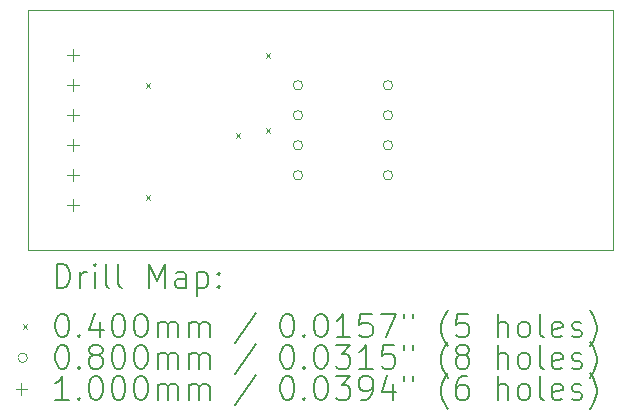
<source format=gbr>
%TF.GenerationSoftware,KiCad,Pcbnew,7.0.1*%
%TF.CreationDate,2023-04-01T18:06:44+02:00*%
%TF.ProjectId,PMOD SPI Memory,504d4f44-2053-4504-9920-4d656d6f7279,V1.0*%
%TF.SameCoordinates,Original*%
%TF.FileFunction,Drillmap*%
%TF.FilePolarity,Positive*%
%FSLAX45Y45*%
G04 Gerber Fmt 4.5, Leading zero omitted, Abs format (unit mm)*
G04 Created by KiCad (PCBNEW 7.0.1) date 2023-04-01 18:06:44*
%MOMM*%
%LPD*%
G01*
G04 APERTURE LIST*
%ADD10C,0.100000*%
%ADD11C,0.200000*%
%ADD12C,0.040000*%
%ADD13C,0.080000*%
G04 APERTURE END LIST*
D10*
X14732000Y-11811000D02*
X14732000Y-9779000D01*
X14732000Y-9779000D02*
X9779000Y-9779000D01*
X9779000Y-9779000D02*
X9779000Y-11811000D01*
X9779000Y-11811000D02*
X14732000Y-11811000D01*
D11*
D12*
X10775000Y-10394000D02*
X10815000Y-10434000D01*
X10815000Y-10394000D02*
X10775000Y-10434000D01*
X10775000Y-11346500D02*
X10815000Y-11386500D01*
X10815000Y-11346500D02*
X10775000Y-11386500D01*
X11537000Y-10820050D02*
X11577000Y-10860050D01*
X11577000Y-10820050D02*
X11537000Y-10860050D01*
X11791000Y-10140000D02*
X11831000Y-10180000D01*
X11831000Y-10140000D02*
X11791000Y-10180000D01*
X11791000Y-10775000D02*
X11831000Y-10815000D01*
X11831000Y-10775000D02*
X11791000Y-10815000D01*
D13*
X12105000Y-10414000D02*
G75*
G03*
X12105000Y-10414000I-40000J0D01*
G01*
X12105000Y-10668000D02*
G75*
G03*
X12105000Y-10668000I-40000J0D01*
G01*
X12105000Y-10922000D02*
G75*
G03*
X12105000Y-10922000I-40000J0D01*
G01*
X12105000Y-11176000D02*
G75*
G03*
X12105000Y-11176000I-40000J0D01*
G01*
X12867000Y-10414000D02*
G75*
G03*
X12867000Y-10414000I-40000J0D01*
G01*
X12867000Y-10668000D02*
G75*
G03*
X12867000Y-10668000I-40000J0D01*
G01*
X12867000Y-10922000D02*
G75*
G03*
X12867000Y-10922000I-40000J0D01*
G01*
X12867000Y-11176000D02*
G75*
G03*
X12867000Y-11176000I-40000J0D01*
G01*
D10*
X10160000Y-10110000D02*
X10160000Y-10210000D01*
X10110000Y-10160000D02*
X10210000Y-10160000D01*
X10160000Y-10364000D02*
X10160000Y-10464000D01*
X10110000Y-10414000D02*
X10210000Y-10414000D01*
X10160000Y-10618000D02*
X10160000Y-10718000D01*
X10110000Y-10668000D02*
X10210000Y-10668000D01*
X10160000Y-10872000D02*
X10160000Y-10972000D01*
X10110000Y-10922000D02*
X10210000Y-10922000D01*
X10160000Y-11126000D02*
X10160000Y-11226000D01*
X10110000Y-11176000D02*
X10210000Y-11176000D01*
X10160000Y-11380000D02*
X10160000Y-11480000D01*
X10110000Y-11430000D02*
X10210000Y-11430000D01*
D11*
X10021619Y-12128524D02*
X10021619Y-11928524D01*
X10021619Y-11928524D02*
X10069238Y-11928524D01*
X10069238Y-11928524D02*
X10097810Y-11938048D01*
X10097810Y-11938048D02*
X10116857Y-11957095D01*
X10116857Y-11957095D02*
X10126381Y-11976143D01*
X10126381Y-11976143D02*
X10135905Y-12014238D01*
X10135905Y-12014238D02*
X10135905Y-12042809D01*
X10135905Y-12042809D02*
X10126381Y-12080905D01*
X10126381Y-12080905D02*
X10116857Y-12099952D01*
X10116857Y-12099952D02*
X10097810Y-12119000D01*
X10097810Y-12119000D02*
X10069238Y-12128524D01*
X10069238Y-12128524D02*
X10021619Y-12128524D01*
X10221619Y-12128524D02*
X10221619Y-11995190D01*
X10221619Y-12033286D02*
X10231143Y-12014238D01*
X10231143Y-12014238D02*
X10240667Y-12004714D01*
X10240667Y-12004714D02*
X10259714Y-11995190D01*
X10259714Y-11995190D02*
X10278762Y-11995190D01*
X10345429Y-12128524D02*
X10345429Y-11995190D01*
X10345429Y-11928524D02*
X10335905Y-11938048D01*
X10335905Y-11938048D02*
X10345429Y-11947571D01*
X10345429Y-11947571D02*
X10354952Y-11938048D01*
X10354952Y-11938048D02*
X10345429Y-11928524D01*
X10345429Y-11928524D02*
X10345429Y-11947571D01*
X10469238Y-12128524D02*
X10450190Y-12119000D01*
X10450190Y-12119000D02*
X10440667Y-12099952D01*
X10440667Y-12099952D02*
X10440667Y-11928524D01*
X10574000Y-12128524D02*
X10554952Y-12119000D01*
X10554952Y-12119000D02*
X10545429Y-12099952D01*
X10545429Y-12099952D02*
X10545429Y-11928524D01*
X10802571Y-12128524D02*
X10802571Y-11928524D01*
X10802571Y-11928524D02*
X10869238Y-12071381D01*
X10869238Y-12071381D02*
X10935905Y-11928524D01*
X10935905Y-11928524D02*
X10935905Y-12128524D01*
X11116857Y-12128524D02*
X11116857Y-12023762D01*
X11116857Y-12023762D02*
X11107333Y-12004714D01*
X11107333Y-12004714D02*
X11088286Y-11995190D01*
X11088286Y-11995190D02*
X11050190Y-11995190D01*
X11050190Y-11995190D02*
X11031143Y-12004714D01*
X11116857Y-12119000D02*
X11097810Y-12128524D01*
X11097810Y-12128524D02*
X11050190Y-12128524D01*
X11050190Y-12128524D02*
X11031143Y-12119000D01*
X11031143Y-12119000D02*
X11021619Y-12099952D01*
X11021619Y-12099952D02*
X11021619Y-12080905D01*
X11021619Y-12080905D02*
X11031143Y-12061857D01*
X11031143Y-12061857D02*
X11050190Y-12052333D01*
X11050190Y-12052333D02*
X11097810Y-12052333D01*
X11097810Y-12052333D02*
X11116857Y-12042809D01*
X11212095Y-11995190D02*
X11212095Y-12195190D01*
X11212095Y-12004714D02*
X11231143Y-11995190D01*
X11231143Y-11995190D02*
X11269238Y-11995190D01*
X11269238Y-11995190D02*
X11288286Y-12004714D01*
X11288286Y-12004714D02*
X11297809Y-12014238D01*
X11297809Y-12014238D02*
X11307333Y-12033286D01*
X11307333Y-12033286D02*
X11307333Y-12090428D01*
X11307333Y-12090428D02*
X11297809Y-12109476D01*
X11297809Y-12109476D02*
X11288286Y-12119000D01*
X11288286Y-12119000D02*
X11269238Y-12128524D01*
X11269238Y-12128524D02*
X11231143Y-12128524D01*
X11231143Y-12128524D02*
X11212095Y-12119000D01*
X11393048Y-12109476D02*
X11402571Y-12119000D01*
X11402571Y-12119000D02*
X11393048Y-12128524D01*
X11393048Y-12128524D02*
X11383524Y-12119000D01*
X11383524Y-12119000D02*
X11393048Y-12109476D01*
X11393048Y-12109476D02*
X11393048Y-12128524D01*
X11393048Y-12004714D02*
X11402571Y-12014238D01*
X11402571Y-12014238D02*
X11393048Y-12023762D01*
X11393048Y-12023762D02*
X11383524Y-12014238D01*
X11383524Y-12014238D02*
X11393048Y-12004714D01*
X11393048Y-12004714D02*
X11393048Y-12023762D01*
D12*
X9734000Y-12436000D02*
X9774000Y-12476000D01*
X9774000Y-12436000D02*
X9734000Y-12476000D01*
D11*
X10059714Y-12348524D02*
X10078762Y-12348524D01*
X10078762Y-12348524D02*
X10097810Y-12358048D01*
X10097810Y-12358048D02*
X10107333Y-12367571D01*
X10107333Y-12367571D02*
X10116857Y-12386619D01*
X10116857Y-12386619D02*
X10126381Y-12424714D01*
X10126381Y-12424714D02*
X10126381Y-12472333D01*
X10126381Y-12472333D02*
X10116857Y-12510428D01*
X10116857Y-12510428D02*
X10107333Y-12529476D01*
X10107333Y-12529476D02*
X10097810Y-12539000D01*
X10097810Y-12539000D02*
X10078762Y-12548524D01*
X10078762Y-12548524D02*
X10059714Y-12548524D01*
X10059714Y-12548524D02*
X10040667Y-12539000D01*
X10040667Y-12539000D02*
X10031143Y-12529476D01*
X10031143Y-12529476D02*
X10021619Y-12510428D01*
X10021619Y-12510428D02*
X10012095Y-12472333D01*
X10012095Y-12472333D02*
X10012095Y-12424714D01*
X10012095Y-12424714D02*
X10021619Y-12386619D01*
X10021619Y-12386619D02*
X10031143Y-12367571D01*
X10031143Y-12367571D02*
X10040667Y-12358048D01*
X10040667Y-12358048D02*
X10059714Y-12348524D01*
X10212095Y-12529476D02*
X10221619Y-12539000D01*
X10221619Y-12539000D02*
X10212095Y-12548524D01*
X10212095Y-12548524D02*
X10202571Y-12539000D01*
X10202571Y-12539000D02*
X10212095Y-12529476D01*
X10212095Y-12529476D02*
X10212095Y-12548524D01*
X10393048Y-12415190D02*
X10393048Y-12548524D01*
X10345429Y-12339000D02*
X10297810Y-12481857D01*
X10297810Y-12481857D02*
X10421619Y-12481857D01*
X10535905Y-12348524D02*
X10554952Y-12348524D01*
X10554952Y-12348524D02*
X10574000Y-12358048D01*
X10574000Y-12358048D02*
X10583524Y-12367571D01*
X10583524Y-12367571D02*
X10593048Y-12386619D01*
X10593048Y-12386619D02*
X10602571Y-12424714D01*
X10602571Y-12424714D02*
X10602571Y-12472333D01*
X10602571Y-12472333D02*
X10593048Y-12510428D01*
X10593048Y-12510428D02*
X10583524Y-12529476D01*
X10583524Y-12529476D02*
X10574000Y-12539000D01*
X10574000Y-12539000D02*
X10554952Y-12548524D01*
X10554952Y-12548524D02*
X10535905Y-12548524D01*
X10535905Y-12548524D02*
X10516857Y-12539000D01*
X10516857Y-12539000D02*
X10507333Y-12529476D01*
X10507333Y-12529476D02*
X10497810Y-12510428D01*
X10497810Y-12510428D02*
X10488286Y-12472333D01*
X10488286Y-12472333D02*
X10488286Y-12424714D01*
X10488286Y-12424714D02*
X10497810Y-12386619D01*
X10497810Y-12386619D02*
X10507333Y-12367571D01*
X10507333Y-12367571D02*
X10516857Y-12358048D01*
X10516857Y-12358048D02*
X10535905Y-12348524D01*
X10726381Y-12348524D02*
X10745429Y-12348524D01*
X10745429Y-12348524D02*
X10764476Y-12358048D01*
X10764476Y-12358048D02*
X10774000Y-12367571D01*
X10774000Y-12367571D02*
X10783524Y-12386619D01*
X10783524Y-12386619D02*
X10793048Y-12424714D01*
X10793048Y-12424714D02*
X10793048Y-12472333D01*
X10793048Y-12472333D02*
X10783524Y-12510428D01*
X10783524Y-12510428D02*
X10774000Y-12529476D01*
X10774000Y-12529476D02*
X10764476Y-12539000D01*
X10764476Y-12539000D02*
X10745429Y-12548524D01*
X10745429Y-12548524D02*
X10726381Y-12548524D01*
X10726381Y-12548524D02*
X10707333Y-12539000D01*
X10707333Y-12539000D02*
X10697810Y-12529476D01*
X10697810Y-12529476D02*
X10688286Y-12510428D01*
X10688286Y-12510428D02*
X10678762Y-12472333D01*
X10678762Y-12472333D02*
X10678762Y-12424714D01*
X10678762Y-12424714D02*
X10688286Y-12386619D01*
X10688286Y-12386619D02*
X10697810Y-12367571D01*
X10697810Y-12367571D02*
X10707333Y-12358048D01*
X10707333Y-12358048D02*
X10726381Y-12348524D01*
X10878762Y-12548524D02*
X10878762Y-12415190D01*
X10878762Y-12434238D02*
X10888286Y-12424714D01*
X10888286Y-12424714D02*
X10907333Y-12415190D01*
X10907333Y-12415190D02*
X10935905Y-12415190D01*
X10935905Y-12415190D02*
X10954952Y-12424714D01*
X10954952Y-12424714D02*
X10964476Y-12443762D01*
X10964476Y-12443762D02*
X10964476Y-12548524D01*
X10964476Y-12443762D02*
X10974000Y-12424714D01*
X10974000Y-12424714D02*
X10993048Y-12415190D01*
X10993048Y-12415190D02*
X11021619Y-12415190D01*
X11021619Y-12415190D02*
X11040667Y-12424714D01*
X11040667Y-12424714D02*
X11050191Y-12443762D01*
X11050191Y-12443762D02*
X11050191Y-12548524D01*
X11145429Y-12548524D02*
X11145429Y-12415190D01*
X11145429Y-12434238D02*
X11154952Y-12424714D01*
X11154952Y-12424714D02*
X11174000Y-12415190D01*
X11174000Y-12415190D02*
X11202571Y-12415190D01*
X11202571Y-12415190D02*
X11221619Y-12424714D01*
X11221619Y-12424714D02*
X11231143Y-12443762D01*
X11231143Y-12443762D02*
X11231143Y-12548524D01*
X11231143Y-12443762D02*
X11240667Y-12424714D01*
X11240667Y-12424714D02*
X11259714Y-12415190D01*
X11259714Y-12415190D02*
X11288286Y-12415190D01*
X11288286Y-12415190D02*
X11307333Y-12424714D01*
X11307333Y-12424714D02*
X11316857Y-12443762D01*
X11316857Y-12443762D02*
X11316857Y-12548524D01*
X11707333Y-12339000D02*
X11535905Y-12596143D01*
X11964476Y-12348524D02*
X11983524Y-12348524D01*
X11983524Y-12348524D02*
X12002572Y-12358048D01*
X12002572Y-12358048D02*
X12012095Y-12367571D01*
X12012095Y-12367571D02*
X12021619Y-12386619D01*
X12021619Y-12386619D02*
X12031143Y-12424714D01*
X12031143Y-12424714D02*
X12031143Y-12472333D01*
X12031143Y-12472333D02*
X12021619Y-12510428D01*
X12021619Y-12510428D02*
X12012095Y-12529476D01*
X12012095Y-12529476D02*
X12002572Y-12539000D01*
X12002572Y-12539000D02*
X11983524Y-12548524D01*
X11983524Y-12548524D02*
X11964476Y-12548524D01*
X11964476Y-12548524D02*
X11945429Y-12539000D01*
X11945429Y-12539000D02*
X11935905Y-12529476D01*
X11935905Y-12529476D02*
X11926381Y-12510428D01*
X11926381Y-12510428D02*
X11916857Y-12472333D01*
X11916857Y-12472333D02*
X11916857Y-12424714D01*
X11916857Y-12424714D02*
X11926381Y-12386619D01*
X11926381Y-12386619D02*
X11935905Y-12367571D01*
X11935905Y-12367571D02*
X11945429Y-12358048D01*
X11945429Y-12358048D02*
X11964476Y-12348524D01*
X12116857Y-12529476D02*
X12126381Y-12539000D01*
X12126381Y-12539000D02*
X12116857Y-12548524D01*
X12116857Y-12548524D02*
X12107333Y-12539000D01*
X12107333Y-12539000D02*
X12116857Y-12529476D01*
X12116857Y-12529476D02*
X12116857Y-12548524D01*
X12250191Y-12348524D02*
X12269238Y-12348524D01*
X12269238Y-12348524D02*
X12288286Y-12358048D01*
X12288286Y-12358048D02*
X12297810Y-12367571D01*
X12297810Y-12367571D02*
X12307333Y-12386619D01*
X12307333Y-12386619D02*
X12316857Y-12424714D01*
X12316857Y-12424714D02*
X12316857Y-12472333D01*
X12316857Y-12472333D02*
X12307333Y-12510428D01*
X12307333Y-12510428D02*
X12297810Y-12529476D01*
X12297810Y-12529476D02*
X12288286Y-12539000D01*
X12288286Y-12539000D02*
X12269238Y-12548524D01*
X12269238Y-12548524D02*
X12250191Y-12548524D01*
X12250191Y-12548524D02*
X12231143Y-12539000D01*
X12231143Y-12539000D02*
X12221619Y-12529476D01*
X12221619Y-12529476D02*
X12212095Y-12510428D01*
X12212095Y-12510428D02*
X12202572Y-12472333D01*
X12202572Y-12472333D02*
X12202572Y-12424714D01*
X12202572Y-12424714D02*
X12212095Y-12386619D01*
X12212095Y-12386619D02*
X12221619Y-12367571D01*
X12221619Y-12367571D02*
X12231143Y-12358048D01*
X12231143Y-12358048D02*
X12250191Y-12348524D01*
X12507333Y-12548524D02*
X12393048Y-12548524D01*
X12450191Y-12548524D02*
X12450191Y-12348524D01*
X12450191Y-12348524D02*
X12431143Y-12377095D01*
X12431143Y-12377095D02*
X12412095Y-12396143D01*
X12412095Y-12396143D02*
X12393048Y-12405667D01*
X12688286Y-12348524D02*
X12593048Y-12348524D01*
X12593048Y-12348524D02*
X12583524Y-12443762D01*
X12583524Y-12443762D02*
X12593048Y-12434238D01*
X12593048Y-12434238D02*
X12612095Y-12424714D01*
X12612095Y-12424714D02*
X12659714Y-12424714D01*
X12659714Y-12424714D02*
X12678762Y-12434238D01*
X12678762Y-12434238D02*
X12688286Y-12443762D01*
X12688286Y-12443762D02*
X12697810Y-12462809D01*
X12697810Y-12462809D02*
X12697810Y-12510428D01*
X12697810Y-12510428D02*
X12688286Y-12529476D01*
X12688286Y-12529476D02*
X12678762Y-12539000D01*
X12678762Y-12539000D02*
X12659714Y-12548524D01*
X12659714Y-12548524D02*
X12612095Y-12548524D01*
X12612095Y-12548524D02*
X12593048Y-12539000D01*
X12593048Y-12539000D02*
X12583524Y-12529476D01*
X12764476Y-12348524D02*
X12897810Y-12348524D01*
X12897810Y-12348524D02*
X12812095Y-12548524D01*
X12964476Y-12348524D02*
X12964476Y-12386619D01*
X13040667Y-12348524D02*
X13040667Y-12386619D01*
X13335905Y-12624714D02*
X13326381Y-12615190D01*
X13326381Y-12615190D02*
X13307334Y-12586619D01*
X13307334Y-12586619D02*
X13297810Y-12567571D01*
X13297810Y-12567571D02*
X13288286Y-12539000D01*
X13288286Y-12539000D02*
X13278762Y-12491381D01*
X13278762Y-12491381D02*
X13278762Y-12453286D01*
X13278762Y-12453286D02*
X13288286Y-12405667D01*
X13288286Y-12405667D02*
X13297810Y-12377095D01*
X13297810Y-12377095D02*
X13307334Y-12358048D01*
X13307334Y-12358048D02*
X13326381Y-12329476D01*
X13326381Y-12329476D02*
X13335905Y-12319952D01*
X13507334Y-12348524D02*
X13412095Y-12348524D01*
X13412095Y-12348524D02*
X13402572Y-12443762D01*
X13402572Y-12443762D02*
X13412095Y-12434238D01*
X13412095Y-12434238D02*
X13431143Y-12424714D01*
X13431143Y-12424714D02*
X13478762Y-12424714D01*
X13478762Y-12424714D02*
X13497810Y-12434238D01*
X13497810Y-12434238D02*
X13507334Y-12443762D01*
X13507334Y-12443762D02*
X13516857Y-12462809D01*
X13516857Y-12462809D02*
X13516857Y-12510428D01*
X13516857Y-12510428D02*
X13507334Y-12529476D01*
X13507334Y-12529476D02*
X13497810Y-12539000D01*
X13497810Y-12539000D02*
X13478762Y-12548524D01*
X13478762Y-12548524D02*
X13431143Y-12548524D01*
X13431143Y-12548524D02*
X13412095Y-12539000D01*
X13412095Y-12539000D02*
X13402572Y-12529476D01*
X13754953Y-12548524D02*
X13754953Y-12348524D01*
X13840667Y-12548524D02*
X13840667Y-12443762D01*
X13840667Y-12443762D02*
X13831143Y-12424714D01*
X13831143Y-12424714D02*
X13812096Y-12415190D01*
X13812096Y-12415190D02*
X13783524Y-12415190D01*
X13783524Y-12415190D02*
X13764476Y-12424714D01*
X13764476Y-12424714D02*
X13754953Y-12434238D01*
X13964476Y-12548524D02*
X13945429Y-12539000D01*
X13945429Y-12539000D02*
X13935905Y-12529476D01*
X13935905Y-12529476D02*
X13926381Y-12510428D01*
X13926381Y-12510428D02*
X13926381Y-12453286D01*
X13926381Y-12453286D02*
X13935905Y-12434238D01*
X13935905Y-12434238D02*
X13945429Y-12424714D01*
X13945429Y-12424714D02*
X13964476Y-12415190D01*
X13964476Y-12415190D02*
X13993048Y-12415190D01*
X13993048Y-12415190D02*
X14012096Y-12424714D01*
X14012096Y-12424714D02*
X14021619Y-12434238D01*
X14021619Y-12434238D02*
X14031143Y-12453286D01*
X14031143Y-12453286D02*
X14031143Y-12510428D01*
X14031143Y-12510428D02*
X14021619Y-12529476D01*
X14021619Y-12529476D02*
X14012096Y-12539000D01*
X14012096Y-12539000D02*
X13993048Y-12548524D01*
X13993048Y-12548524D02*
X13964476Y-12548524D01*
X14145429Y-12548524D02*
X14126381Y-12539000D01*
X14126381Y-12539000D02*
X14116857Y-12519952D01*
X14116857Y-12519952D02*
X14116857Y-12348524D01*
X14297810Y-12539000D02*
X14278762Y-12548524D01*
X14278762Y-12548524D02*
X14240667Y-12548524D01*
X14240667Y-12548524D02*
X14221619Y-12539000D01*
X14221619Y-12539000D02*
X14212096Y-12519952D01*
X14212096Y-12519952D02*
X14212096Y-12443762D01*
X14212096Y-12443762D02*
X14221619Y-12424714D01*
X14221619Y-12424714D02*
X14240667Y-12415190D01*
X14240667Y-12415190D02*
X14278762Y-12415190D01*
X14278762Y-12415190D02*
X14297810Y-12424714D01*
X14297810Y-12424714D02*
X14307334Y-12443762D01*
X14307334Y-12443762D02*
X14307334Y-12462809D01*
X14307334Y-12462809D02*
X14212096Y-12481857D01*
X14383524Y-12539000D02*
X14402572Y-12548524D01*
X14402572Y-12548524D02*
X14440667Y-12548524D01*
X14440667Y-12548524D02*
X14459715Y-12539000D01*
X14459715Y-12539000D02*
X14469238Y-12519952D01*
X14469238Y-12519952D02*
X14469238Y-12510428D01*
X14469238Y-12510428D02*
X14459715Y-12491381D01*
X14459715Y-12491381D02*
X14440667Y-12481857D01*
X14440667Y-12481857D02*
X14412096Y-12481857D01*
X14412096Y-12481857D02*
X14393048Y-12472333D01*
X14393048Y-12472333D02*
X14383524Y-12453286D01*
X14383524Y-12453286D02*
X14383524Y-12443762D01*
X14383524Y-12443762D02*
X14393048Y-12424714D01*
X14393048Y-12424714D02*
X14412096Y-12415190D01*
X14412096Y-12415190D02*
X14440667Y-12415190D01*
X14440667Y-12415190D02*
X14459715Y-12424714D01*
X14535905Y-12624714D02*
X14545429Y-12615190D01*
X14545429Y-12615190D02*
X14564477Y-12586619D01*
X14564477Y-12586619D02*
X14574000Y-12567571D01*
X14574000Y-12567571D02*
X14583524Y-12539000D01*
X14583524Y-12539000D02*
X14593048Y-12491381D01*
X14593048Y-12491381D02*
X14593048Y-12453286D01*
X14593048Y-12453286D02*
X14583524Y-12405667D01*
X14583524Y-12405667D02*
X14574000Y-12377095D01*
X14574000Y-12377095D02*
X14564477Y-12358048D01*
X14564477Y-12358048D02*
X14545429Y-12329476D01*
X14545429Y-12329476D02*
X14535905Y-12319952D01*
D13*
X9774000Y-12720000D02*
G75*
G03*
X9774000Y-12720000I-40000J0D01*
G01*
D11*
X10059714Y-12612524D02*
X10078762Y-12612524D01*
X10078762Y-12612524D02*
X10097810Y-12622048D01*
X10097810Y-12622048D02*
X10107333Y-12631571D01*
X10107333Y-12631571D02*
X10116857Y-12650619D01*
X10116857Y-12650619D02*
X10126381Y-12688714D01*
X10126381Y-12688714D02*
X10126381Y-12736333D01*
X10126381Y-12736333D02*
X10116857Y-12774428D01*
X10116857Y-12774428D02*
X10107333Y-12793476D01*
X10107333Y-12793476D02*
X10097810Y-12803000D01*
X10097810Y-12803000D02*
X10078762Y-12812524D01*
X10078762Y-12812524D02*
X10059714Y-12812524D01*
X10059714Y-12812524D02*
X10040667Y-12803000D01*
X10040667Y-12803000D02*
X10031143Y-12793476D01*
X10031143Y-12793476D02*
X10021619Y-12774428D01*
X10021619Y-12774428D02*
X10012095Y-12736333D01*
X10012095Y-12736333D02*
X10012095Y-12688714D01*
X10012095Y-12688714D02*
X10021619Y-12650619D01*
X10021619Y-12650619D02*
X10031143Y-12631571D01*
X10031143Y-12631571D02*
X10040667Y-12622048D01*
X10040667Y-12622048D02*
X10059714Y-12612524D01*
X10212095Y-12793476D02*
X10221619Y-12803000D01*
X10221619Y-12803000D02*
X10212095Y-12812524D01*
X10212095Y-12812524D02*
X10202571Y-12803000D01*
X10202571Y-12803000D02*
X10212095Y-12793476D01*
X10212095Y-12793476D02*
X10212095Y-12812524D01*
X10335905Y-12698238D02*
X10316857Y-12688714D01*
X10316857Y-12688714D02*
X10307333Y-12679190D01*
X10307333Y-12679190D02*
X10297810Y-12660143D01*
X10297810Y-12660143D02*
X10297810Y-12650619D01*
X10297810Y-12650619D02*
X10307333Y-12631571D01*
X10307333Y-12631571D02*
X10316857Y-12622048D01*
X10316857Y-12622048D02*
X10335905Y-12612524D01*
X10335905Y-12612524D02*
X10374000Y-12612524D01*
X10374000Y-12612524D02*
X10393048Y-12622048D01*
X10393048Y-12622048D02*
X10402571Y-12631571D01*
X10402571Y-12631571D02*
X10412095Y-12650619D01*
X10412095Y-12650619D02*
X10412095Y-12660143D01*
X10412095Y-12660143D02*
X10402571Y-12679190D01*
X10402571Y-12679190D02*
X10393048Y-12688714D01*
X10393048Y-12688714D02*
X10374000Y-12698238D01*
X10374000Y-12698238D02*
X10335905Y-12698238D01*
X10335905Y-12698238D02*
X10316857Y-12707762D01*
X10316857Y-12707762D02*
X10307333Y-12717286D01*
X10307333Y-12717286D02*
X10297810Y-12736333D01*
X10297810Y-12736333D02*
X10297810Y-12774428D01*
X10297810Y-12774428D02*
X10307333Y-12793476D01*
X10307333Y-12793476D02*
X10316857Y-12803000D01*
X10316857Y-12803000D02*
X10335905Y-12812524D01*
X10335905Y-12812524D02*
X10374000Y-12812524D01*
X10374000Y-12812524D02*
X10393048Y-12803000D01*
X10393048Y-12803000D02*
X10402571Y-12793476D01*
X10402571Y-12793476D02*
X10412095Y-12774428D01*
X10412095Y-12774428D02*
X10412095Y-12736333D01*
X10412095Y-12736333D02*
X10402571Y-12717286D01*
X10402571Y-12717286D02*
X10393048Y-12707762D01*
X10393048Y-12707762D02*
X10374000Y-12698238D01*
X10535905Y-12612524D02*
X10554952Y-12612524D01*
X10554952Y-12612524D02*
X10574000Y-12622048D01*
X10574000Y-12622048D02*
X10583524Y-12631571D01*
X10583524Y-12631571D02*
X10593048Y-12650619D01*
X10593048Y-12650619D02*
X10602571Y-12688714D01*
X10602571Y-12688714D02*
X10602571Y-12736333D01*
X10602571Y-12736333D02*
X10593048Y-12774428D01*
X10593048Y-12774428D02*
X10583524Y-12793476D01*
X10583524Y-12793476D02*
X10574000Y-12803000D01*
X10574000Y-12803000D02*
X10554952Y-12812524D01*
X10554952Y-12812524D02*
X10535905Y-12812524D01*
X10535905Y-12812524D02*
X10516857Y-12803000D01*
X10516857Y-12803000D02*
X10507333Y-12793476D01*
X10507333Y-12793476D02*
X10497810Y-12774428D01*
X10497810Y-12774428D02*
X10488286Y-12736333D01*
X10488286Y-12736333D02*
X10488286Y-12688714D01*
X10488286Y-12688714D02*
X10497810Y-12650619D01*
X10497810Y-12650619D02*
X10507333Y-12631571D01*
X10507333Y-12631571D02*
X10516857Y-12622048D01*
X10516857Y-12622048D02*
X10535905Y-12612524D01*
X10726381Y-12612524D02*
X10745429Y-12612524D01*
X10745429Y-12612524D02*
X10764476Y-12622048D01*
X10764476Y-12622048D02*
X10774000Y-12631571D01*
X10774000Y-12631571D02*
X10783524Y-12650619D01*
X10783524Y-12650619D02*
X10793048Y-12688714D01*
X10793048Y-12688714D02*
X10793048Y-12736333D01*
X10793048Y-12736333D02*
X10783524Y-12774428D01*
X10783524Y-12774428D02*
X10774000Y-12793476D01*
X10774000Y-12793476D02*
X10764476Y-12803000D01*
X10764476Y-12803000D02*
X10745429Y-12812524D01*
X10745429Y-12812524D02*
X10726381Y-12812524D01*
X10726381Y-12812524D02*
X10707333Y-12803000D01*
X10707333Y-12803000D02*
X10697810Y-12793476D01*
X10697810Y-12793476D02*
X10688286Y-12774428D01*
X10688286Y-12774428D02*
X10678762Y-12736333D01*
X10678762Y-12736333D02*
X10678762Y-12688714D01*
X10678762Y-12688714D02*
X10688286Y-12650619D01*
X10688286Y-12650619D02*
X10697810Y-12631571D01*
X10697810Y-12631571D02*
X10707333Y-12622048D01*
X10707333Y-12622048D02*
X10726381Y-12612524D01*
X10878762Y-12812524D02*
X10878762Y-12679190D01*
X10878762Y-12698238D02*
X10888286Y-12688714D01*
X10888286Y-12688714D02*
X10907333Y-12679190D01*
X10907333Y-12679190D02*
X10935905Y-12679190D01*
X10935905Y-12679190D02*
X10954952Y-12688714D01*
X10954952Y-12688714D02*
X10964476Y-12707762D01*
X10964476Y-12707762D02*
X10964476Y-12812524D01*
X10964476Y-12707762D02*
X10974000Y-12688714D01*
X10974000Y-12688714D02*
X10993048Y-12679190D01*
X10993048Y-12679190D02*
X11021619Y-12679190D01*
X11021619Y-12679190D02*
X11040667Y-12688714D01*
X11040667Y-12688714D02*
X11050191Y-12707762D01*
X11050191Y-12707762D02*
X11050191Y-12812524D01*
X11145429Y-12812524D02*
X11145429Y-12679190D01*
X11145429Y-12698238D02*
X11154952Y-12688714D01*
X11154952Y-12688714D02*
X11174000Y-12679190D01*
X11174000Y-12679190D02*
X11202571Y-12679190D01*
X11202571Y-12679190D02*
X11221619Y-12688714D01*
X11221619Y-12688714D02*
X11231143Y-12707762D01*
X11231143Y-12707762D02*
X11231143Y-12812524D01*
X11231143Y-12707762D02*
X11240667Y-12688714D01*
X11240667Y-12688714D02*
X11259714Y-12679190D01*
X11259714Y-12679190D02*
X11288286Y-12679190D01*
X11288286Y-12679190D02*
X11307333Y-12688714D01*
X11307333Y-12688714D02*
X11316857Y-12707762D01*
X11316857Y-12707762D02*
X11316857Y-12812524D01*
X11707333Y-12603000D02*
X11535905Y-12860143D01*
X11964476Y-12612524D02*
X11983524Y-12612524D01*
X11983524Y-12612524D02*
X12002572Y-12622048D01*
X12002572Y-12622048D02*
X12012095Y-12631571D01*
X12012095Y-12631571D02*
X12021619Y-12650619D01*
X12021619Y-12650619D02*
X12031143Y-12688714D01*
X12031143Y-12688714D02*
X12031143Y-12736333D01*
X12031143Y-12736333D02*
X12021619Y-12774428D01*
X12021619Y-12774428D02*
X12012095Y-12793476D01*
X12012095Y-12793476D02*
X12002572Y-12803000D01*
X12002572Y-12803000D02*
X11983524Y-12812524D01*
X11983524Y-12812524D02*
X11964476Y-12812524D01*
X11964476Y-12812524D02*
X11945429Y-12803000D01*
X11945429Y-12803000D02*
X11935905Y-12793476D01*
X11935905Y-12793476D02*
X11926381Y-12774428D01*
X11926381Y-12774428D02*
X11916857Y-12736333D01*
X11916857Y-12736333D02*
X11916857Y-12688714D01*
X11916857Y-12688714D02*
X11926381Y-12650619D01*
X11926381Y-12650619D02*
X11935905Y-12631571D01*
X11935905Y-12631571D02*
X11945429Y-12622048D01*
X11945429Y-12622048D02*
X11964476Y-12612524D01*
X12116857Y-12793476D02*
X12126381Y-12803000D01*
X12126381Y-12803000D02*
X12116857Y-12812524D01*
X12116857Y-12812524D02*
X12107333Y-12803000D01*
X12107333Y-12803000D02*
X12116857Y-12793476D01*
X12116857Y-12793476D02*
X12116857Y-12812524D01*
X12250191Y-12612524D02*
X12269238Y-12612524D01*
X12269238Y-12612524D02*
X12288286Y-12622048D01*
X12288286Y-12622048D02*
X12297810Y-12631571D01*
X12297810Y-12631571D02*
X12307333Y-12650619D01*
X12307333Y-12650619D02*
X12316857Y-12688714D01*
X12316857Y-12688714D02*
X12316857Y-12736333D01*
X12316857Y-12736333D02*
X12307333Y-12774428D01*
X12307333Y-12774428D02*
X12297810Y-12793476D01*
X12297810Y-12793476D02*
X12288286Y-12803000D01*
X12288286Y-12803000D02*
X12269238Y-12812524D01*
X12269238Y-12812524D02*
X12250191Y-12812524D01*
X12250191Y-12812524D02*
X12231143Y-12803000D01*
X12231143Y-12803000D02*
X12221619Y-12793476D01*
X12221619Y-12793476D02*
X12212095Y-12774428D01*
X12212095Y-12774428D02*
X12202572Y-12736333D01*
X12202572Y-12736333D02*
X12202572Y-12688714D01*
X12202572Y-12688714D02*
X12212095Y-12650619D01*
X12212095Y-12650619D02*
X12221619Y-12631571D01*
X12221619Y-12631571D02*
X12231143Y-12622048D01*
X12231143Y-12622048D02*
X12250191Y-12612524D01*
X12383524Y-12612524D02*
X12507333Y-12612524D01*
X12507333Y-12612524D02*
X12440667Y-12688714D01*
X12440667Y-12688714D02*
X12469238Y-12688714D01*
X12469238Y-12688714D02*
X12488286Y-12698238D01*
X12488286Y-12698238D02*
X12497810Y-12707762D01*
X12497810Y-12707762D02*
X12507333Y-12726809D01*
X12507333Y-12726809D02*
X12507333Y-12774428D01*
X12507333Y-12774428D02*
X12497810Y-12793476D01*
X12497810Y-12793476D02*
X12488286Y-12803000D01*
X12488286Y-12803000D02*
X12469238Y-12812524D01*
X12469238Y-12812524D02*
X12412095Y-12812524D01*
X12412095Y-12812524D02*
X12393048Y-12803000D01*
X12393048Y-12803000D02*
X12383524Y-12793476D01*
X12697810Y-12812524D02*
X12583524Y-12812524D01*
X12640667Y-12812524D02*
X12640667Y-12612524D01*
X12640667Y-12612524D02*
X12621619Y-12641095D01*
X12621619Y-12641095D02*
X12602572Y-12660143D01*
X12602572Y-12660143D02*
X12583524Y-12669667D01*
X12878762Y-12612524D02*
X12783524Y-12612524D01*
X12783524Y-12612524D02*
X12774000Y-12707762D01*
X12774000Y-12707762D02*
X12783524Y-12698238D01*
X12783524Y-12698238D02*
X12802572Y-12688714D01*
X12802572Y-12688714D02*
X12850191Y-12688714D01*
X12850191Y-12688714D02*
X12869238Y-12698238D01*
X12869238Y-12698238D02*
X12878762Y-12707762D01*
X12878762Y-12707762D02*
X12888286Y-12726809D01*
X12888286Y-12726809D02*
X12888286Y-12774428D01*
X12888286Y-12774428D02*
X12878762Y-12793476D01*
X12878762Y-12793476D02*
X12869238Y-12803000D01*
X12869238Y-12803000D02*
X12850191Y-12812524D01*
X12850191Y-12812524D02*
X12802572Y-12812524D01*
X12802572Y-12812524D02*
X12783524Y-12803000D01*
X12783524Y-12803000D02*
X12774000Y-12793476D01*
X12964476Y-12612524D02*
X12964476Y-12650619D01*
X13040667Y-12612524D02*
X13040667Y-12650619D01*
X13335905Y-12888714D02*
X13326381Y-12879190D01*
X13326381Y-12879190D02*
X13307334Y-12850619D01*
X13307334Y-12850619D02*
X13297810Y-12831571D01*
X13297810Y-12831571D02*
X13288286Y-12803000D01*
X13288286Y-12803000D02*
X13278762Y-12755381D01*
X13278762Y-12755381D02*
X13278762Y-12717286D01*
X13278762Y-12717286D02*
X13288286Y-12669667D01*
X13288286Y-12669667D02*
X13297810Y-12641095D01*
X13297810Y-12641095D02*
X13307334Y-12622048D01*
X13307334Y-12622048D02*
X13326381Y-12593476D01*
X13326381Y-12593476D02*
X13335905Y-12583952D01*
X13440667Y-12698238D02*
X13421619Y-12688714D01*
X13421619Y-12688714D02*
X13412095Y-12679190D01*
X13412095Y-12679190D02*
X13402572Y-12660143D01*
X13402572Y-12660143D02*
X13402572Y-12650619D01*
X13402572Y-12650619D02*
X13412095Y-12631571D01*
X13412095Y-12631571D02*
X13421619Y-12622048D01*
X13421619Y-12622048D02*
X13440667Y-12612524D01*
X13440667Y-12612524D02*
X13478762Y-12612524D01*
X13478762Y-12612524D02*
X13497810Y-12622048D01*
X13497810Y-12622048D02*
X13507334Y-12631571D01*
X13507334Y-12631571D02*
X13516857Y-12650619D01*
X13516857Y-12650619D02*
X13516857Y-12660143D01*
X13516857Y-12660143D02*
X13507334Y-12679190D01*
X13507334Y-12679190D02*
X13497810Y-12688714D01*
X13497810Y-12688714D02*
X13478762Y-12698238D01*
X13478762Y-12698238D02*
X13440667Y-12698238D01*
X13440667Y-12698238D02*
X13421619Y-12707762D01*
X13421619Y-12707762D02*
X13412095Y-12717286D01*
X13412095Y-12717286D02*
X13402572Y-12736333D01*
X13402572Y-12736333D02*
X13402572Y-12774428D01*
X13402572Y-12774428D02*
X13412095Y-12793476D01*
X13412095Y-12793476D02*
X13421619Y-12803000D01*
X13421619Y-12803000D02*
X13440667Y-12812524D01*
X13440667Y-12812524D02*
X13478762Y-12812524D01*
X13478762Y-12812524D02*
X13497810Y-12803000D01*
X13497810Y-12803000D02*
X13507334Y-12793476D01*
X13507334Y-12793476D02*
X13516857Y-12774428D01*
X13516857Y-12774428D02*
X13516857Y-12736333D01*
X13516857Y-12736333D02*
X13507334Y-12717286D01*
X13507334Y-12717286D02*
X13497810Y-12707762D01*
X13497810Y-12707762D02*
X13478762Y-12698238D01*
X13754953Y-12812524D02*
X13754953Y-12612524D01*
X13840667Y-12812524D02*
X13840667Y-12707762D01*
X13840667Y-12707762D02*
X13831143Y-12688714D01*
X13831143Y-12688714D02*
X13812096Y-12679190D01*
X13812096Y-12679190D02*
X13783524Y-12679190D01*
X13783524Y-12679190D02*
X13764476Y-12688714D01*
X13764476Y-12688714D02*
X13754953Y-12698238D01*
X13964476Y-12812524D02*
X13945429Y-12803000D01*
X13945429Y-12803000D02*
X13935905Y-12793476D01*
X13935905Y-12793476D02*
X13926381Y-12774428D01*
X13926381Y-12774428D02*
X13926381Y-12717286D01*
X13926381Y-12717286D02*
X13935905Y-12698238D01*
X13935905Y-12698238D02*
X13945429Y-12688714D01*
X13945429Y-12688714D02*
X13964476Y-12679190D01*
X13964476Y-12679190D02*
X13993048Y-12679190D01*
X13993048Y-12679190D02*
X14012096Y-12688714D01*
X14012096Y-12688714D02*
X14021619Y-12698238D01*
X14021619Y-12698238D02*
X14031143Y-12717286D01*
X14031143Y-12717286D02*
X14031143Y-12774428D01*
X14031143Y-12774428D02*
X14021619Y-12793476D01*
X14021619Y-12793476D02*
X14012096Y-12803000D01*
X14012096Y-12803000D02*
X13993048Y-12812524D01*
X13993048Y-12812524D02*
X13964476Y-12812524D01*
X14145429Y-12812524D02*
X14126381Y-12803000D01*
X14126381Y-12803000D02*
X14116857Y-12783952D01*
X14116857Y-12783952D02*
X14116857Y-12612524D01*
X14297810Y-12803000D02*
X14278762Y-12812524D01*
X14278762Y-12812524D02*
X14240667Y-12812524D01*
X14240667Y-12812524D02*
X14221619Y-12803000D01*
X14221619Y-12803000D02*
X14212096Y-12783952D01*
X14212096Y-12783952D02*
X14212096Y-12707762D01*
X14212096Y-12707762D02*
X14221619Y-12688714D01*
X14221619Y-12688714D02*
X14240667Y-12679190D01*
X14240667Y-12679190D02*
X14278762Y-12679190D01*
X14278762Y-12679190D02*
X14297810Y-12688714D01*
X14297810Y-12688714D02*
X14307334Y-12707762D01*
X14307334Y-12707762D02*
X14307334Y-12726809D01*
X14307334Y-12726809D02*
X14212096Y-12745857D01*
X14383524Y-12803000D02*
X14402572Y-12812524D01*
X14402572Y-12812524D02*
X14440667Y-12812524D01*
X14440667Y-12812524D02*
X14459715Y-12803000D01*
X14459715Y-12803000D02*
X14469238Y-12783952D01*
X14469238Y-12783952D02*
X14469238Y-12774428D01*
X14469238Y-12774428D02*
X14459715Y-12755381D01*
X14459715Y-12755381D02*
X14440667Y-12745857D01*
X14440667Y-12745857D02*
X14412096Y-12745857D01*
X14412096Y-12745857D02*
X14393048Y-12736333D01*
X14393048Y-12736333D02*
X14383524Y-12717286D01*
X14383524Y-12717286D02*
X14383524Y-12707762D01*
X14383524Y-12707762D02*
X14393048Y-12688714D01*
X14393048Y-12688714D02*
X14412096Y-12679190D01*
X14412096Y-12679190D02*
X14440667Y-12679190D01*
X14440667Y-12679190D02*
X14459715Y-12688714D01*
X14535905Y-12888714D02*
X14545429Y-12879190D01*
X14545429Y-12879190D02*
X14564477Y-12850619D01*
X14564477Y-12850619D02*
X14574000Y-12831571D01*
X14574000Y-12831571D02*
X14583524Y-12803000D01*
X14583524Y-12803000D02*
X14593048Y-12755381D01*
X14593048Y-12755381D02*
X14593048Y-12717286D01*
X14593048Y-12717286D02*
X14583524Y-12669667D01*
X14583524Y-12669667D02*
X14574000Y-12641095D01*
X14574000Y-12641095D02*
X14564477Y-12622048D01*
X14564477Y-12622048D02*
X14545429Y-12593476D01*
X14545429Y-12593476D02*
X14535905Y-12583952D01*
D10*
X9724000Y-12934000D02*
X9724000Y-13034000D01*
X9674000Y-12984000D02*
X9774000Y-12984000D01*
D11*
X10126381Y-13076524D02*
X10012095Y-13076524D01*
X10069238Y-13076524D02*
X10069238Y-12876524D01*
X10069238Y-12876524D02*
X10050190Y-12905095D01*
X10050190Y-12905095D02*
X10031143Y-12924143D01*
X10031143Y-12924143D02*
X10012095Y-12933667D01*
X10212095Y-13057476D02*
X10221619Y-13067000D01*
X10221619Y-13067000D02*
X10212095Y-13076524D01*
X10212095Y-13076524D02*
X10202571Y-13067000D01*
X10202571Y-13067000D02*
X10212095Y-13057476D01*
X10212095Y-13057476D02*
X10212095Y-13076524D01*
X10345429Y-12876524D02*
X10364476Y-12876524D01*
X10364476Y-12876524D02*
X10383524Y-12886048D01*
X10383524Y-12886048D02*
X10393048Y-12895571D01*
X10393048Y-12895571D02*
X10402571Y-12914619D01*
X10402571Y-12914619D02*
X10412095Y-12952714D01*
X10412095Y-12952714D02*
X10412095Y-13000333D01*
X10412095Y-13000333D02*
X10402571Y-13038428D01*
X10402571Y-13038428D02*
X10393048Y-13057476D01*
X10393048Y-13057476D02*
X10383524Y-13067000D01*
X10383524Y-13067000D02*
X10364476Y-13076524D01*
X10364476Y-13076524D02*
X10345429Y-13076524D01*
X10345429Y-13076524D02*
X10326381Y-13067000D01*
X10326381Y-13067000D02*
X10316857Y-13057476D01*
X10316857Y-13057476D02*
X10307333Y-13038428D01*
X10307333Y-13038428D02*
X10297810Y-13000333D01*
X10297810Y-13000333D02*
X10297810Y-12952714D01*
X10297810Y-12952714D02*
X10307333Y-12914619D01*
X10307333Y-12914619D02*
X10316857Y-12895571D01*
X10316857Y-12895571D02*
X10326381Y-12886048D01*
X10326381Y-12886048D02*
X10345429Y-12876524D01*
X10535905Y-12876524D02*
X10554952Y-12876524D01*
X10554952Y-12876524D02*
X10574000Y-12886048D01*
X10574000Y-12886048D02*
X10583524Y-12895571D01*
X10583524Y-12895571D02*
X10593048Y-12914619D01*
X10593048Y-12914619D02*
X10602571Y-12952714D01*
X10602571Y-12952714D02*
X10602571Y-13000333D01*
X10602571Y-13000333D02*
X10593048Y-13038428D01*
X10593048Y-13038428D02*
X10583524Y-13057476D01*
X10583524Y-13057476D02*
X10574000Y-13067000D01*
X10574000Y-13067000D02*
X10554952Y-13076524D01*
X10554952Y-13076524D02*
X10535905Y-13076524D01*
X10535905Y-13076524D02*
X10516857Y-13067000D01*
X10516857Y-13067000D02*
X10507333Y-13057476D01*
X10507333Y-13057476D02*
X10497810Y-13038428D01*
X10497810Y-13038428D02*
X10488286Y-13000333D01*
X10488286Y-13000333D02*
X10488286Y-12952714D01*
X10488286Y-12952714D02*
X10497810Y-12914619D01*
X10497810Y-12914619D02*
X10507333Y-12895571D01*
X10507333Y-12895571D02*
X10516857Y-12886048D01*
X10516857Y-12886048D02*
X10535905Y-12876524D01*
X10726381Y-12876524D02*
X10745429Y-12876524D01*
X10745429Y-12876524D02*
X10764476Y-12886048D01*
X10764476Y-12886048D02*
X10774000Y-12895571D01*
X10774000Y-12895571D02*
X10783524Y-12914619D01*
X10783524Y-12914619D02*
X10793048Y-12952714D01*
X10793048Y-12952714D02*
X10793048Y-13000333D01*
X10793048Y-13000333D02*
X10783524Y-13038428D01*
X10783524Y-13038428D02*
X10774000Y-13057476D01*
X10774000Y-13057476D02*
X10764476Y-13067000D01*
X10764476Y-13067000D02*
X10745429Y-13076524D01*
X10745429Y-13076524D02*
X10726381Y-13076524D01*
X10726381Y-13076524D02*
X10707333Y-13067000D01*
X10707333Y-13067000D02*
X10697810Y-13057476D01*
X10697810Y-13057476D02*
X10688286Y-13038428D01*
X10688286Y-13038428D02*
X10678762Y-13000333D01*
X10678762Y-13000333D02*
X10678762Y-12952714D01*
X10678762Y-12952714D02*
X10688286Y-12914619D01*
X10688286Y-12914619D02*
X10697810Y-12895571D01*
X10697810Y-12895571D02*
X10707333Y-12886048D01*
X10707333Y-12886048D02*
X10726381Y-12876524D01*
X10878762Y-13076524D02*
X10878762Y-12943190D01*
X10878762Y-12962238D02*
X10888286Y-12952714D01*
X10888286Y-12952714D02*
X10907333Y-12943190D01*
X10907333Y-12943190D02*
X10935905Y-12943190D01*
X10935905Y-12943190D02*
X10954952Y-12952714D01*
X10954952Y-12952714D02*
X10964476Y-12971762D01*
X10964476Y-12971762D02*
X10964476Y-13076524D01*
X10964476Y-12971762D02*
X10974000Y-12952714D01*
X10974000Y-12952714D02*
X10993048Y-12943190D01*
X10993048Y-12943190D02*
X11021619Y-12943190D01*
X11021619Y-12943190D02*
X11040667Y-12952714D01*
X11040667Y-12952714D02*
X11050191Y-12971762D01*
X11050191Y-12971762D02*
X11050191Y-13076524D01*
X11145429Y-13076524D02*
X11145429Y-12943190D01*
X11145429Y-12962238D02*
X11154952Y-12952714D01*
X11154952Y-12952714D02*
X11174000Y-12943190D01*
X11174000Y-12943190D02*
X11202571Y-12943190D01*
X11202571Y-12943190D02*
X11221619Y-12952714D01*
X11221619Y-12952714D02*
X11231143Y-12971762D01*
X11231143Y-12971762D02*
X11231143Y-13076524D01*
X11231143Y-12971762D02*
X11240667Y-12952714D01*
X11240667Y-12952714D02*
X11259714Y-12943190D01*
X11259714Y-12943190D02*
X11288286Y-12943190D01*
X11288286Y-12943190D02*
X11307333Y-12952714D01*
X11307333Y-12952714D02*
X11316857Y-12971762D01*
X11316857Y-12971762D02*
X11316857Y-13076524D01*
X11707333Y-12867000D02*
X11535905Y-13124143D01*
X11964476Y-12876524D02*
X11983524Y-12876524D01*
X11983524Y-12876524D02*
X12002572Y-12886048D01*
X12002572Y-12886048D02*
X12012095Y-12895571D01*
X12012095Y-12895571D02*
X12021619Y-12914619D01*
X12021619Y-12914619D02*
X12031143Y-12952714D01*
X12031143Y-12952714D02*
X12031143Y-13000333D01*
X12031143Y-13000333D02*
X12021619Y-13038428D01*
X12021619Y-13038428D02*
X12012095Y-13057476D01*
X12012095Y-13057476D02*
X12002572Y-13067000D01*
X12002572Y-13067000D02*
X11983524Y-13076524D01*
X11983524Y-13076524D02*
X11964476Y-13076524D01*
X11964476Y-13076524D02*
X11945429Y-13067000D01*
X11945429Y-13067000D02*
X11935905Y-13057476D01*
X11935905Y-13057476D02*
X11926381Y-13038428D01*
X11926381Y-13038428D02*
X11916857Y-13000333D01*
X11916857Y-13000333D02*
X11916857Y-12952714D01*
X11916857Y-12952714D02*
X11926381Y-12914619D01*
X11926381Y-12914619D02*
X11935905Y-12895571D01*
X11935905Y-12895571D02*
X11945429Y-12886048D01*
X11945429Y-12886048D02*
X11964476Y-12876524D01*
X12116857Y-13057476D02*
X12126381Y-13067000D01*
X12126381Y-13067000D02*
X12116857Y-13076524D01*
X12116857Y-13076524D02*
X12107333Y-13067000D01*
X12107333Y-13067000D02*
X12116857Y-13057476D01*
X12116857Y-13057476D02*
X12116857Y-13076524D01*
X12250191Y-12876524D02*
X12269238Y-12876524D01*
X12269238Y-12876524D02*
X12288286Y-12886048D01*
X12288286Y-12886048D02*
X12297810Y-12895571D01*
X12297810Y-12895571D02*
X12307333Y-12914619D01*
X12307333Y-12914619D02*
X12316857Y-12952714D01*
X12316857Y-12952714D02*
X12316857Y-13000333D01*
X12316857Y-13000333D02*
X12307333Y-13038428D01*
X12307333Y-13038428D02*
X12297810Y-13057476D01*
X12297810Y-13057476D02*
X12288286Y-13067000D01*
X12288286Y-13067000D02*
X12269238Y-13076524D01*
X12269238Y-13076524D02*
X12250191Y-13076524D01*
X12250191Y-13076524D02*
X12231143Y-13067000D01*
X12231143Y-13067000D02*
X12221619Y-13057476D01*
X12221619Y-13057476D02*
X12212095Y-13038428D01*
X12212095Y-13038428D02*
X12202572Y-13000333D01*
X12202572Y-13000333D02*
X12202572Y-12952714D01*
X12202572Y-12952714D02*
X12212095Y-12914619D01*
X12212095Y-12914619D02*
X12221619Y-12895571D01*
X12221619Y-12895571D02*
X12231143Y-12886048D01*
X12231143Y-12886048D02*
X12250191Y-12876524D01*
X12383524Y-12876524D02*
X12507333Y-12876524D01*
X12507333Y-12876524D02*
X12440667Y-12952714D01*
X12440667Y-12952714D02*
X12469238Y-12952714D01*
X12469238Y-12952714D02*
X12488286Y-12962238D01*
X12488286Y-12962238D02*
X12497810Y-12971762D01*
X12497810Y-12971762D02*
X12507333Y-12990809D01*
X12507333Y-12990809D02*
X12507333Y-13038428D01*
X12507333Y-13038428D02*
X12497810Y-13057476D01*
X12497810Y-13057476D02*
X12488286Y-13067000D01*
X12488286Y-13067000D02*
X12469238Y-13076524D01*
X12469238Y-13076524D02*
X12412095Y-13076524D01*
X12412095Y-13076524D02*
X12393048Y-13067000D01*
X12393048Y-13067000D02*
X12383524Y-13057476D01*
X12602572Y-13076524D02*
X12640667Y-13076524D01*
X12640667Y-13076524D02*
X12659714Y-13067000D01*
X12659714Y-13067000D02*
X12669238Y-13057476D01*
X12669238Y-13057476D02*
X12688286Y-13028905D01*
X12688286Y-13028905D02*
X12697810Y-12990809D01*
X12697810Y-12990809D02*
X12697810Y-12914619D01*
X12697810Y-12914619D02*
X12688286Y-12895571D01*
X12688286Y-12895571D02*
X12678762Y-12886048D01*
X12678762Y-12886048D02*
X12659714Y-12876524D01*
X12659714Y-12876524D02*
X12621619Y-12876524D01*
X12621619Y-12876524D02*
X12602572Y-12886048D01*
X12602572Y-12886048D02*
X12593048Y-12895571D01*
X12593048Y-12895571D02*
X12583524Y-12914619D01*
X12583524Y-12914619D02*
X12583524Y-12962238D01*
X12583524Y-12962238D02*
X12593048Y-12981286D01*
X12593048Y-12981286D02*
X12602572Y-12990809D01*
X12602572Y-12990809D02*
X12621619Y-13000333D01*
X12621619Y-13000333D02*
X12659714Y-13000333D01*
X12659714Y-13000333D02*
X12678762Y-12990809D01*
X12678762Y-12990809D02*
X12688286Y-12981286D01*
X12688286Y-12981286D02*
X12697810Y-12962238D01*
X12869238Y-12943190D02*
X12869238Y-13076524D01*
X12821619Y-12867000D02*
X12774000Y-13009857D01*
X12774000Y-13009857D02*
X12897810Y-13009857D01*
X12964476Y-12876524D02*
X12964476Y-12914619D01*
X13040667Y-12876524D02*
X13040667Y-12914619D01*
X13335905Y-13152714D02*
X13326381Y-13143190D01*
X13326381Y-13143190D02*
X13307334Y-13114619D01*
X13307334Y-13114619D02*
X13297810Y-13095571D01*
X13297810Y-13095571D02*
X13288286Y-13067000D01*
X13288286Y-13067000D02*
X13278762Y-13019381D01*
X13278762Y-13019381D02*
X13278762Y-12981286D01*
X13278762Y-12981286D02*
X13288286Y-12933667D01*
X13288286Y-12933667D02*
X13297810Y-12905095D01*
X13297810Y-12905095D02*
X13307334Y-12886048D01*
X13307334Y-12886048D02*
X13326381Y-12857476D01*
X13326381Y-12857476D02*
X13335905Y-12847952D01*
X13497810Y-12876524D02*
X13459714Y-12876524D01*
X13459714Y-12876524D02*
X13440667Y-12886048D01*
X13440667Y-12886048D02*
X13431143Y-12895571D01*
X13431143Y-12895571D02*
X13412095Y-12924143D01*
X13412095Y-12924143D02*
X13402572Y-12962238D01*
X13402572Y-12962238D02*
X13402572Y-13038428D01*
X13402572Y-13038428D02*
X13412095Y-13057476D01*
X13412095Y-13057476D02*
X13421619Y-13067000D01*
X13421619Y-13067000D02*
X13440667Y-13076524D01*
X13440667Y-13076524D02*
X13478762Y-13076524D01*
X13478762Y-13076524D02*
X13497810Y-13067000D01*
X13497810Y-13067000D02*
X13507334Y-13057476D01*
X13507334Y-13057476D02*
X13516857Y-13038428D01*
X13516857Y-13038428D02*
X13516857Y-12990809D01*
X13516857Y-12990809D02*
X13507334Y-12971762D01*
X13507334Y-12971762D02*
X13497810Y-12962238D01*
X13497810Y-12962238D02*
X13478762Y-12952714D01*
X13478762Y-12952714D02*
X13440667Y-12952714D01*
X13440667Y-12952714D02*
X13421619Y-12962238D01*
X13421619Y-12962238D02*
X13412095Y-12971762D01*
X13412095Y-12971762D02*
X13402572Y-12990809D01*
X13754953Y-13076524D02*
X13754953Y-12876524D01*
X13840667Y-13076524D02*
X13840667Y-12971762D01*
X13840667Y-12971762D02*
X13831143Y-12952714D01*
X13831143Y-12952714D02*
X13812096Y-12943190D01*
X13812096Y-12943190D02*
X13783524Y-12943190D01*
X13783524Y-12943190D02*
X13764476Y-12952714D01*
X13764476Y-12952714D02*
X13754953Y-12962238D01*
X13964476Y-13076524D02*
X13945429Y-13067000D01*
X13945429Y-13067000D02*
X13935905Y-13057476D01*
X13935905Y-13057476D02*
X13926381Y-13038428D01*
X13926381Y-13038428D02*
X13926381Y-12981286D01*
X13926381Y-12981286D02*
X13935905Y-12962238D01*
X13935905Y-12962238D02*
X13945429Y-12952714D01*
X13945429Y-12952714D02*
X13964476Y-12943190D01*
X13964476Y-12943190D02*
X13993048Y-12943190D01*
X13993048Y-12943190D02*
X14012096Y-12952714D01*
X14012096Y-12952714D02*
X14021619Y-12962238D01*
X14021619Y-12962238D02*
X14031143Y-12981286D01*
X14031143Y-12981286D02*
X14031143Y-13038428D01*
X14031143Y-13038428D02*
X14021619Y-13057476D01*
X14021619Y-13057476D02*
X14012096Y-13067000D01*
X14012096Y-13067000D02*
X13993048Y-13076524D01*
X13993048Y-13076524D02*
X13964476Y-13076524D01*
X14145429Y-13076524D02*
X14126381Y-13067000D01*
X14126381Y-13067000D02*
X14116857Y-13047952D01*
X14116857Y-13047952D02*
X14116857Y-12876524D01*
X14297810Y-13067000D02*
X14278762Y-13076524D01*
X14278762Y-13076524D02*
X14240667Y-13076524D01*
X14240667Y-13076524D02*
X14221619Y-13067000D01*
X14221619Y-13067000D02*
X14212096Y-13047952D01*
X14212096Y-13047952D02*
X14212096Y-12971762D01*
X14212096Y-12971762D02*
X14221619Y-12952714D01*
X14221619Y-12952714D02*
X14240667Y-12943190D01*
X14240667Y-12943190D02*
X14278762Y-12943190D01*
X14278762Y-12943190D02*
X14297810Y-12952714D01*
X14297810Y-12952714D02*
X14307334Y-12971762D01*
X14307334Y-12971762D02*
X14307334Y-12990809D01*
X14307334Y-12990809D02*
X14212096Y-13009857D01*
X14383524Y-13067000D02*
X14402572Y-13076524D01*
X14402572Y-13076524D02*
X14440667Y-13076524D01*
X14440667Y-13076524D02*
X14459715Y-13067000D01*
X14459715Y-13067000D02*
X14469238Y-13047952D01*
X14469238Y-13047952D02*
X14469238Y-13038428D01*
X14469238Y-13038428D02*
X14459715Y-13019381D01*
X14459715Y-13019381D02*
X14440667Y-13009857D01*
X14440667Y-13009857D02*
X14412096Y-13009857D01*
X14412096Y-13009857D02*
X14393048Y-13000333D01*
X14393048Y-13000333D02*
X14383524Y-12981286D01*
X14383524Y-12981286D02*
X14383524Y-12971762D01*
X14383524Y-12971762D02*
X14393048Y-12952714D01*
X14393048Y-12952714D02*
X14412096Y-12943190D01*
X14412096Y-12943190D02*
X14440667Y-12943190D01*
X14440667Y-12943190D02*
X14459715Y-12952714D01*
X14535905Y-13152714D02*
X14545429Y-13143190D01*
X14545429Y-13143190D02*
X14564477Y-13114619D01*
X14564477Y-13114619D02*
X14574000Y-13095571D01*
X14574000Y-13095571D02*
X14583524Y-13067000D01*
X14583524Y-13067000D02*
X14593048Y-13019381D01*
X14593048Y-13019381D02*
X14593048Y-12981286D01*
X14593048Y-12981286D02*
X14583524Y-12933667D01*
X14583524Y-12933667D02*
X14574000Y-12905095D01*
X14574000Y-12905095D02*
X14564477Y-12886048D01*
X14564477Y-12886048D02*
X14545429Y-12857476D01*
X14545429Y-12857476D02*
X14535905Y-12847952D01*
M02*

</source>
